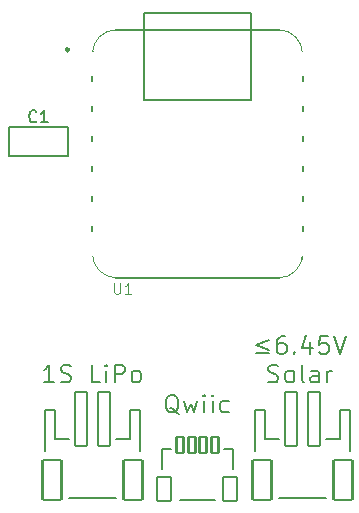
<source format=gto>
G04 #@! TF.GenerationSoftware,KiCad,Pcbnew,7.0.11-2.fc39*
G04 #@! TF.CreationDate,2024-03-24T03:10:33+08:00*
G04 #@! TF.ProjectId,ikoka-nano-meshtastic-device,696b6f6b-612d-46e6-916e-6f2d6d657368,1*
G04 #@! TF.SameCoordinates,Original*
G04 #@! TF.FileFunction,Legend,Top*
G04 #@! TF.FilePolarity,Positive*
%FSLAX46Y46*%
G04 Gerber Fmt 4.6, Leading zero omitted, Abs format (unit mm)*
G04 Created by KiCad (PCBNEW 7.0.11-2.fc39) date 2024-03-24 03:10:33*
%MOMM*%
%LPD*%
G01*
G04 APERTURE LIST*
G04 Aperture macros list*
%AMRoundRect*
0 Rectangle with rounded corners*
0 $1 Rounding radius*
0 $2 $3 $4 $5 $6 $7 $8 $9 X,Y pos of 4 corners*
0 Add a 4 corners polygon primitive as box body*
4,1,4,$2,$3,$4,$5,$6,$7,$8,$9,$2,$3,0*
0 Add four circle primitives for the rounded corners*
1,1,$1+$1,$2,$3*
1,1,$1+$1,$4,$5*
1,1,$1+$1,$6,$7*
1,1,$1+$1,$8,$9*
0 Add four rect primitives between the rounded corners*
20,1,$1+$1,$2,$3,$4,$5,0*
20,1,$1+$1,$4,$5,$6,$7,0*
20,1,$1+$1,$6,$7,$8,$9,0*
20,1,$1+$1,$8,$9,$2,$3,0*%
G04 Aperture macros list end*
%ADD10C,0.187500*%
%ADD11C,0.150000*%
%ADD12C,0.101600*%
%ADD13C,0.127000*%
%ADD14C,0.203200*%
%ADD15C,0.120000*%
%ADD16C,0.254000*%
%ADD17C,0.025400*%
%ADD18R,1.270000X2.032000*%
%ADD19RoundRect,0.101600X0.500000X2.300000X-0.500000X2.300000X-0.500000X-2.300000X0.500000X-2.300000X0*%
%ADD20RoundRect,0.101600X-0.800000X1.700000X-0.800000X-1.700000X0.800000X-1.700000X0.800000X1.700000X0*%
%ADD21C,3.302000*%
%ADD22R,3.000000X2.000000*%
%ADD23C,1.500000*%
%ADD24R,1.300000X2.300000*%
%ADD25R,2.300000X1.300000*%
%ADD26RoundRect,0.101600X-0.300000X-0.675000X0.300000X-0.675000X0.300000X0.675000X-0.300000X0.675000X0*%
%ADD27RoundRect,0.101600X-0.600000X-1.000000X0.600000X-1.000000X0.600000X1.000000X-0.600000X1.000000X0*%
G04 APERTURE END LIST*
D10*
X140260000Y-111312678D02*
X139402857Y-111312678D01*
X139831428Y-111312678D02*
X139831428Y-109812678D01*
X139831428Y-109812678D02*
X139688571Y-110026964D01*
X139688571Y-110026964D02*
X139545714Y-110169821D01*
X139545714Y-110169821D02*
X139402857Y-110241250D01*
X140831428Y-111241250D02*
X141045714Y-111312678D01*
X141045714Y-111312678D02*
X141402856Y-111312678D01*
X141402856Y-111312678D02*
X141545714Y-111241250D01*
X141545714Y-111241250D02*
X141617142Y-111169821D01*
X141617142Y-111169821D02*
X141688571Y-111026964D01*
X141688571Y-111026964D02*
X141688571Y-110884107D01*
X141688571Y-110884107D02*
X141617142Y-110741250D01*
X141617142Y-110741250D02*
X141545714Y-110669821D01*
X141545714Y-110669821D02*
X141402856Y-110598392D01*
X141402856Y-110598392D02*
X141117142Y-110526964D01*
X141117142Y-110526964D02*
X140974285Y-110455535D01*
X140974285Y-110455535D02*
X140902856Y-110384107D01*
X140902856Y-110384107D02*
X140831428Y-110241250D01*
X140831428Y-110241250D02*
X140831428Y-110098392D01*
X140831428Y-110098392D02*
X140902856Y-109955535D01*
X140902856Y-109955535D02*
X140974285Y-109884107D01*
X140974285Y-109884107D02*
X141117142Y-109812678D01*
X141117142Y-109812678D02*
X141474285Y-109812678D01*
X141474285Y-109812678D02*
X141688571Y-109884107D01*
X144188570Y-111312678D02*
X143474284Y-111312678D01*
X143474284Y-111312678D02*
X143474284Y-109812678D01*
X144688570Y-111312678D02*
X144688570Y-110312678D01*
X144688570Y-109812678D02*
X144617142Y-109884107D01*
X144617142Y-109884107D02*
X144688570Y-109955535D01*
X144688570Y-109955535D02*
X144759999Y-109884107D01*
X144759999Y-109884107D02*
X144688570Y-109812678D01*
X144688570Y-109812678D02*
X144688570Y-109955535D01*
X145402856Y-111312678D02*
X145402856Y-109812678D01*
X145402856Y-109812678D02*
X145974285Y-109812678D01*
X145974285Y-109812678D02*
X146117142Y-109884107D01*
X146117142Y-109884107D02*
X146188571Y-109955535D01*
X146188571Y-109955535D02*
X146259999Y-110098392D01*
X146259999Y-110098392D02*
X146259999Y-110312678D01*
X146259999Y-110312678D02*
X146188571Y-110455535D01*
X146188571Y-110455535D02*
X146117142Y-110526964D01*
X146117142Y-110526964D02*
X145974285Y-110598392D01*
X145974285Y-110598392D02*
X145402856Y-110598392D01*
X147117142Y-111312678D02*
X146974285Y-111241250D01*
X146974285Y-111241250D02*
X146902856Y-111169821D01*
X146902856Y-111169821D02*
X146831428Y-111026964D01*
X146831428Y-111026964D02*
X146831428Y-110598392D01*
X146831428Y-110598392D02*
X146902856Y-110455535D01*
X146902856Y-110455535D02*
X146974285Y-110384107D01*
X146974285Y-110384107D02*
X147117142Y-110312678D01*
X147117142Y-110312678D02*
X147331428Y-110312678D01*
X147331428Y-110312678D02*
X147474285Y-110384107D01*
X147474285Y-110384107D02*
X147545714Y-110455535D01*
X147545714Y-110455535D02*
X147617142Y-110598392D01*
X147617142Y-110598392D02*
X147617142Y-111026964D01*
X147617142Y-111026964D02*
X147545714Y-111169821D01*
X147545714Y-111169821D02*
X147474285Y-111241250D01*
X147474285Y-111241250D02*
X147331428Y-111312678D01*
X147331428Y-111312678D02*
X147117142Y-111312678D01*
X158464572Y-108826250D02*
X157321714Y-108826250D01*
X158464572Y-108540535D02*
X157321714Y-108111964D01*
X157321714Y-108111964D02*
X158464572Y-107683392D01*
X159821715Y-107397678D02*
X159536000Y-107397678D01*
X159536000Y-107397678D02*
X159393143Y-107469107D01*
X159393143Y-107469107D02*
X159321715Y-107540535D01*
X159321715Y-107540535D02*
X159178857Y-107754821D01*
X159178857Y-107754821D02*
X159107429Y-108040535D01*
X159107429Y-108040535D02*
X159107429Y-108611964D01*
X159107429Y-108611964D02*
X159178857Y-108754821D01*
X159178857Y-108754821D02*
X159250286Y-108826250D01*
X159250286Y-108826250D02*
X159393143Y-108897678D01*
X159393143Y-108897678D02*
X159678857Y-108897678D01*
X159678857Y-108897678D02*
X159821715Y-108826250D01*
X159821715Y-108826250D02*
X159893143Y-108754821D01*
X159893143Y-108754821D02*
X159964572Y-108611964D01*
X159964572Y-108611964D02*
X159964572Y-108254821D01*
X159964572Y-108254821D02*
X159893143Y-108111964D01*
X159893143Y-108111964D02*
X159821715Y-108040535D01*
X159821715Y-108040535D02*
X159678857Y-107969107D01*
X159678857Y-107969107D02*
X159393143Y-107969107D01*
X159393143Y-107969107D02*
X159250286Y-108040535D01*
X159250286Y-108040535D02*
X159178857Y-108111964D01*
X159178857Y-108111964D02*
X159107429Y-108254821D01*
X160607428Y-108754821D02*
X160678857Y-108826250D01*
X160678857Y-108826250D02*
X160607428Y-108897678D01*
X160607428Y-108897678D02*
X160536000Y-108826250D01*
X160536000Y-108826250D02*
X160607428Y-108754821D01*
X160607428Y-108754821D02*
X160607428Y-108897678D01*
X161964572Y-107897678D02*
X161964572Y-108897678D01*
X161607429Y-107326250D02*
X161250286Y-108397678D01*
X161250286Y-108397678D02*
X162178857Y-108397678D01*
X163464571Y-107397678D02*
X162750285Y-107397678D01*
X162750285Y-107397678D02*
X162678857Y-108111964D01*
X162678857Y-108111964D02*
X162750285Y-108040535D01*
X162750285Y-108040535D02*
X162893143Y-107969107D01*
X162893143Y-107969107D02*
X163250285Y-107969107D01*
X163250285Y-107969107D02*
X163393143Y-108040535D01*
X163393143Y-108040535D02*
X163464571Y-108111964D01*
X163464571Y-108111964D02*
X163536000Y-108254821D01*
X163536000Y-108254821D02*
X163536000Y-108611964D01*
X163536000Y-108611964D02*
X163464571Y-108754821D01*
X163464571Y-108754821D02*
X163393143Y-108826250D01*
X163393143Y-108826250D02*
X163250285Y-108897678D01*
X163250285Y-108897678D02*
X162893143Y-108897678D01*
X162893143Y-108897678D02*
X162750285Y-108826250D01*
X162750285Y-108826250D02*
X162678857Y-108754821D01*
X163964571Y-107397678D02*
X164464571Y-108897678D01*
X164464571Y-108897678D02*
X164964571Y-107397678D01*
X158393143Y-111241250D02*
X158607429Y-111312678D01*
X158607429Y-111312678D02*
X158964571Y-111312678D01*
X158964571Y-111312678D02*
X159107429Y-111241250D01*
X159107429Y-111241250D02*
X159178857Y-111169821D01*
X159178857Y-111169821D02*
X159250286Y-111026964D01*
X159250286Y-111026964D02*
X159250286Y-110884107D01*
X159250286Y-110884107D02*
X159178857Y-110741250D01*
X159178857Y-110741250D02*
X159107429Y-110669821D01*
X159107429Y-110669821D02*
X158964571Y-110598392D01*
X158964571Y-110598392D02*
X158678857Y-110526964D01*
X158678857Y-110526964D02*
X158536000Y-110455535D01*
X158536000Y-110455535D02*
X158464571Y-110384107D01*
X158464571Y-110384107D02*
X158393143Y-110241250D01*
X158393143Y-110241250D02*
X158393143Y-110098392D01*
X158393143Y-110098392D02*
X158464571Y-109955535D01*
X158464571Y-109955535D02*
X158536000Y-109884107D01*
X158536000Y-109884107D02*
X158678857Y-109812678D01*
X158678857Y-109812678D02*
X159036000Y-109812678D01*
X159036000Y-109812678D02*
X159250286Y-109884107D01*
X160107428Y-111312678D02*
X159964571Y-111241250D01*
X159964571Y-111241250D02*
X159893142Y-111169821D01*
X159893142Y-111169821D02*
X159821714Y-111026964D01*
X159821714Y-111026964D02*
X159821714Y-110598392D01*
X159821714Y-110598392D02*
X159893142Y-110455535D01*
X159893142Y-110455535D02*
X159964571Y-110384107D01*
X159964571Y-110384107D02*
X160107428Y-110312678D01*
X160107428Y-110312678D02*
X160321714Y-110312678D01*
X160321714Y-110312678D02*
X160464571Y-110384107D01*
X160464571Y-110384107D02*
X160536000Y-110455535D01*
X160536000Y-110455535D02*
X160607428Y-110598392D01*
X160607428Y-110598392D02*
X160607428Y-111026964D01*
X160607428Y-111026964D02*
X160536000Y-111169821D01*
X160536000Y-111169821D02*
X160464571Y-111241250D01*
X160464571Y-111241250D02*
X160321714Y-111312678D01*
X160321714Y-111312678D02*
X160107428Y-111312678D01*
X161464571Y-111312678D02*
X161321714Y-111241250D01*
X161321714Y-111241250D02*
X161250285Y-111098392D01*
X161250285Y-111098392D02*
X161250285Y-109812678D01*
X162678857Y-111312678D02*
X162678857Y-110526964D01*
X162678857Y-110526964D02*
X162607428Y-110384107D01*
X162607428Y-110384107D02*
X162464571Y-110312678D01*
X162464571Y-110312678D02*
X162178857Y-110312678D01*
X162178857Y-110312678D02*
X162035999Y-110384107D01*
X162678857Y-111241250D02*
X162535999Y-111312678D01*
X162535999Y-111312678D02*
X162178857Y-111312678D01*
X162178857Y-111312678D02*
X162035999Y-111241250D01*
X162035999Y-111241250D02*
X161964571Y-111098392D01*
X161964571Y-111098392D02*
X161964571Y-110955535D01*
X161964571Y-110955535D02*
X162035999Y-110812678D01*
X162035999Y-110812678D02*
X162178857Y-110741250D01*
X162178857Y-110741250D02*
X162535999Y-110741250D01*
X162535999Y-110741250D02*
X162678857Y-110669821D01*
X163393142Y-111312678D02*
X163393142Y-110312678D01*
X163393142Y-110598392D02*
X163464571Y-110455535D01*
X163464571Y-110455535D02*
X163536000Y-110384107D01*
X163536000Y-110384107D02*
X163678857Y-110312678D01*
X163678857Y-110312678D02*
X163821714Y-110312678D01*
X150828570Y-113995535D02*
X150685713Y-113924107D01*
X150685713Y-113924107D02*
X150542856Y-113781250D01*
X150542856Y-113781250D02*
X150328570Y-113566964D01*
X150328570Y-113566964D02*
X150185713Y-113495535D01*
X150185713Y-113495535D02*
X150042856Y-113495535D01*
X150114285Y-113852678D02*
X149971428Y-113781250D01*
X149971428Y-113781250D02*
X149828570Y-113638392D01*
X149828570Y-113638392D02*
X149757142Y-113352678D01*
X149757142Y-113352678D02*
X149757142Y-112852678D01*
X149757142Y-112852678D02*
X149828570Y-112566964D01*
X149828570Y-112566964D02*
X149971428Y-112424107D01*
X149971428Y-112424107D02*
X150114285Y-112352678D01*
X150114285Y-112352678D02*
X150399999Y-112352678D01*
X150399999Y-112352678D02*
X150542856Y-112424107D01*
X150542856Y-112424107D02*
X150685713Y-112566964D01*
X150685713Y-112566964D02*
X150757142Y-112852678D01*
X150757142Y-112852678D02*
X150757142Y-113352678D01*
X150757142Y-113352678D02*
X150685713Y-113638392D01*
X150685713Y-113638392D02*
X150542856Y-113781250D01*
X150542856Y-113781250D02*
X150399999Y-113852678D01*
X150399999Y-113852678D02*
X150114285Y-113852678D01*
X151257142Y-112852678D02*
X151542857Y-113852678D01*
X151542857Y-113852678D02*
X151828571Y-113138392D01*
X151828571Y-113138392D02*
X152114285Y-113852678D01*
X152114285Y-113852678D02*
X152399999Y-112852678D01*
X152971428Y-113852678D02*
X152971428Y-112852678D01*
X152971428Y-112352678D02*
X152900000Y-112424107D01*
X152900000Y-112424107D02*
X152971428Y-112495535D01*
X152971428Y-112495535D02*
X153042857Y-112424107D01*
X153042857Y-112424107D02*
X152971428Y-112352678D01*
X152971428Y-112352678D02*
X152971428Y-112495535D01*
X153685714Y-113852678D02*
X153685714Y-112852678D01*
X153685714Y-112352678D02*
X153614286Y-112424107D01*
X153614286Y-112424107D02*
X153685714Y-112495535D01*
X153685714Y-112495535D02*
X153757143Y-112424107D01*
X153757143Y-112424107D02*
X153685714Y-112352678D01*
X153685714Y-112352678D02*
X153685714Y-112495535D01*
X155042858Y-113781250D02*
X154900000Y-113852678D01*
X154900000Y-113852678D02*
X154614286Y-113852678D01*
X154614286Y-113852678D02*
X154471429Y-113781250D01*
X154471429Y-113781250D02*
X154400000Y-113709821D01*
X154400000Y-113709821D02*
X154328572Y-113566964D01*
X154328572Y-113566964D02*
X154328572Y-113138392D01*
X154328572Y-113138392D02*
X154400000Y-112995535D01*
X154400000Y-112995535D02*
X154471429Y-112924107D01*
X154471429Y-112924107D02*
X154614286Y-112852678D01*
X154614286Y-112852678D02*
X154900000Y-112852678D01*
X154900000Y-112852678D02*
X155042858Y-112924107D01*
D11*
X138771333Y-89191580D02*
X138723714Y-89239200D01*
X138723714Y-89239200D02*
X138580857Y-89286819D01*
X138580857Y-89286819D02*
X138485619Y-89286819D01*
X138485619Y-89286819D02*
X138342762Y-89239200D01*
X138342762Y-89239200D02*
X138247524Y-89143961D01*
X138247524Y-89143961D02*
X138199905Y-89048723D01*
X138199905Y-89048723D02*
X138152286Y-88858247D01*
X138152286Y-88858247D02*
X138152286Y-88715390D01*
X138152286Y-88715390D02*
X138199905Y-88524914D01*
X138199905Y-88524914D02*
X138247524Y-88429676D01*
X138247524Y-88429676D02*
X138342762Y-88334438D01*
X138342762Y-88334438D02*
X138485619Y-88286819D01*
X138485619Y-88286819D02*
X138580857Y-88286819D01*
X138580857Y-88286819D02*
X138723714Y-88334438D01*
X138723714Y-88334438D02*
X138771333Y-88382057D01*
X139723714Y-89286819D02*
X139152286Y-89286819D01*
X139438000Y-89286819D02*
X139438000Y-88286819D01*
X139438000Y-88286819D02*
X139342762Y-88429676D01*
X139342762Y-88429676D02*
X139247524Y-88524914D01*
X139247524Y-88524914D02*
X139152286Y-88572533D01*
D12*
X145372666Y-102894985D02*
X145372666Y-103614652D01*
X145372666Y-103614652D02*
X145415000Y-103699318D01*
X145415000Y-103699318D02*
X145457333Y-103741652D01*
X145457333Y-103741652D02*
X145542000Y-103783985D01*
X145542000Y-103783985D02*
X145711333Y-103783985D01*
X145711333Y-103783985D02*
X145796000Y-103741652D01*
X145796000Y-103741652D02*
X145838333Y-103699318D01*
X145838333Y-103699318D02*
X145880666Y-103614652D01*
X145880666Y-103614652D02*
X145880666Y-102894985D01*
X146769666Y-103783985D02*
X146261666Y-103783985D01*
X146515666Y-103783985D02*
X146515666Y-102894985D01*
X146515666Y-102894985D02*
X146430999Y-103021985D01*
X146430999Y-103021985D02*
X146346333Y-103106652D01*
X146346333Y-103106652D02*
X146261666Y-103148985D01*
D13*
X136474200Y-89712800D02*
X141401800Y-89712800D01*
X136474200Y-92151200D02*
X136474200Y-89712800D01*
X141401800Y-89712800D02*
X141401800Y-92151200D01*
X141401800Y-92151200D02*
X136474200Y-92151200D01*
D14*
X147510000Y-117110000D02*
X147510000Y-113610000D01*
X147510000Y-113610000D02*
X146710000Y-113610000D01*
X146710000Y-116110000D02*
X145510000Y-116110000D01*
X146710000Y-113610000D02*
X146710000Y-116110000D01*
X141510000Y-121110000D02*
X145510000Y-121110000D01*
X141510000Y-116110000D02*
X140310000Y-116110000D01*
X140310000Y-116110000D02*
X140310000Y-113610000D01*
X140310000Y-113610000D02*
X139510000Y-113610000D01*
X139510000Y-113610000D02*
X139510000Y-117110000D01*
X165290000Y-117110000D02*
X165290000Y-113610000D01*
X165290000Y-113610000D02*
X164490000Y-113610000D01*
X164490000Y-116110000D02*
X163290000Y-116110000D01*
X164490000Y-113610000D02*
X164490000Y-116110000D01*
X159290000Y-121110000D02*
X163290000Y-121110000D01*
X159290000Y-116110000D02*
X158090000Y-116110000D01*
X158090000Y-116110000D02*
X158090000Y-113610000D01*
X158090000Y-113610000D02*
X157290000Y-113610000D01*
X157290000Y-113610000D02*
X157290000Y-117110000D01*
D13*
X143500000Y-83448000D02*
X143500000Y-100448000D01*
X145500000Y-102448000D02*
X159300000Y-102448000D01*
X147900000Y-80023970D02*
X156900000Y-80023970D01*
X147900000Y-87377270D02*
X147900000Y-80023970D01*
X156900000Y-80023970D02*
X156900000Y-87377270D01*
X156900000Y-87377270D02*
X147900000Y-87377270D01*
X159300000Y-81448910D02*
X145500000Y-81448910D01*
X161300000Y-100448000D02*
X161300000Y-83448000D01*
D15*
X145500000Y-81448001D02*
G75*
G03*
X143500001Y-83448000I44612J-2044611D01*
G01*
X143500001Y-100448000D02*
G75*
G03*
X145500000Y-102447999I2044856J44857D01*
G01*
X161299999Y-83448000D02*
G75*
G03*
X159300000Y-81448001I-2044609J-44610D01*
G01*
X159300000Y-102448000D02*
G75*
G03*
X161300000Y-100448000I0J2000000D01*
G01*
D16*
X141527000Y-83148000D02*
G75*
G03*
X141273000Y-83148000I-127000J0D01*
G01*
X141273000Y-83148000D02*
G75*
G03*
X141527000Y-83148000I127000J0D01*
G01*
D17*
X143512285Y-83386295D02*
X143515333Y-83337527D01*
X143519397Y-83288506D01*
X143512285Y-83386295D01*
X161287713Y-100518850D02*
X161284665Y-100567618D01*
X161280601Y-100616639D01*
X161275268Y-100665407D01*
X161268664Y-100714175D01*
X161261044Y-100762690D01*
X161252153Y-100810950D01*
X161242248Y-100858955D01*
X161289492Y-100469574D01*
X161287713Y-100518850D01*
D14*
X149400000Y-116979000D02*
X150150000Y-116979000D01*
X149400000Y-118629000D02*
X149400000Y-116979000D01*
X150900000Y-121229000D02*
X153900000Y-121229000D01*
X154650000Y-116979000D02*
X155400000Y-116979000D01*
X155400000Y-116979000D02*
X155400000Y-118629000D01*
%LPC*%
D18*
X137287000Y-90932000D03*
X140589000Y-90932000D03*
D19*
X144510000Y-114410000D03*
X142510000Y-114410000D03*
D20*
X146910000Y-119610000D03*
X140110000Y-119610000D03*
D19*
X162290000Y-114410000D03*
X160290000Y-114410000D03*
D20*
X164690000Y-119610000D03*
X157890000Y-119610000D03*
D21*
X168910000Y-118110000D03*
X135890000Y-85090000D03*
X168910000Y-85090000D03*
X135890000Y-118110000D03*
D22*
X143900000Y-84328000D03*
X143900000Y-86868000D03*
X143900000Y-89408000D03*
X143900000Y-91948000D03*
X143900000Y-94488000D03*
X143900000Y-97028000D03*
X143900000Y-99568000D03*
X160900000Y-99568000D03*
X160900000Y-97028000D03*
X160900000Y-94488000D03*
X160900000Y-91948000D03*
X160900000Y-89408000D03*
X160900000Y-86868000D03*
X160900000Y-84328000D03*
D23*
X151130000Y-83558000D03*
X153670000Y-83558000D03*
X151130000Y-86098000D03*
X153670000Y-86098000D03*
D24*
X156200000Y-101198000D03*
X158100000Y-101198000D03*
D25*
X147900000Y-89748000D03*
X147900000Y-91648000D03*
D26*
X150900000Y-116629000D03*
X151900000Y-116629000D03*
X152900000Y-116629000D03*
X153900000Y-116629000D03*
D27*
X155200000Y-120304000D03*
X149600000Y-120304000D03*
%LPD*%
M02*

</source>
